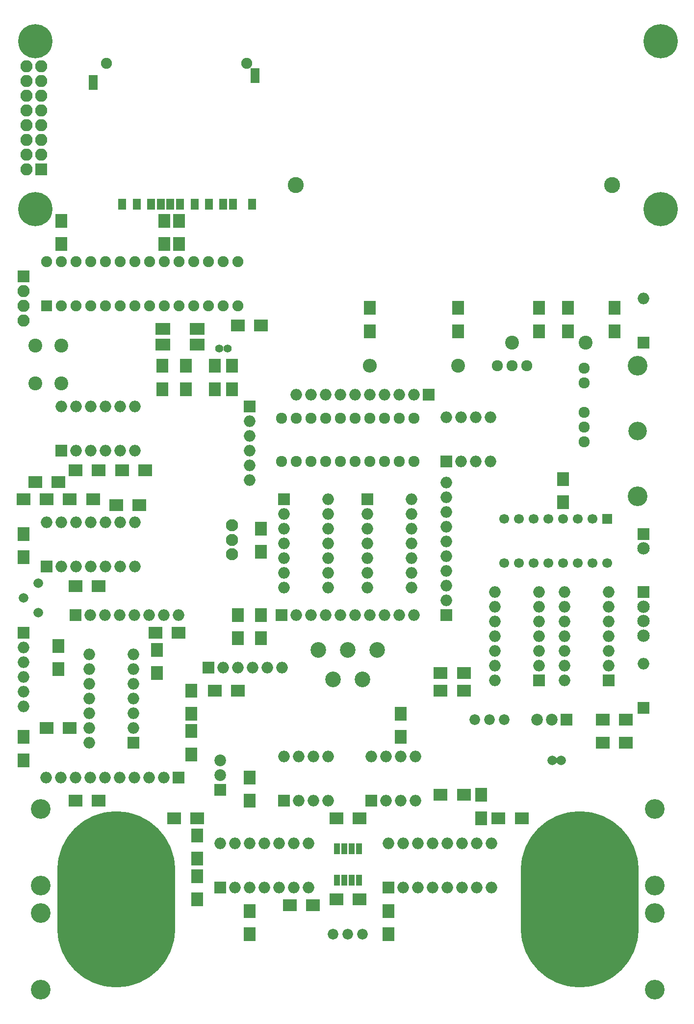
<source format=gbr>
%TF.GenerationSoftware,KiCad,Pcbnew,(5.0.0-rc2-dev-720-g9704891c8)*%
%TF.CreationDate,2018-06-11T16:43:15-04:00*%
%TF.ProjectId,Main,4D61696E2E6B696361645F7063620000,rev?*%
%TF.SameCoordinates,Original*%
%TF.FileFunction,Soldermask,Top*%
%TF.FilePolarity,Negative*%
%FSLAX46Y46*%
G04 Gerber Fmt 4.6, Leading zero omitted, Abs format (unit mm)*
G04 Created by KiCad (PCBNEW (5.0.0-rc2-dev-720-g9704891c8)) date Mon Jun 11 16:43:15 2018*
%MOMM*%
%LPD*%
G01*
G04 APERTURE LIST*
%ADD10R,2.000000X2.000000*%
%ADD11O,2.000000X2.000000*%
%ADD12C,1.840000*%
%ADD13R,2.100000X2.400000*%
%ADD14R,2.400000X2.100000*%
%ADD15R,1.000000X1.950000*%
%ADD16C,3.400000*%
%ADD17C,2.150000*%
%ADD18R,2.150000X2.150000*%
%ADD19O,2.400000X2.400000*%
%ADD20C,2.400000*%
%ADD21C,3.200000*%
%ADD22C,1.900000*%
%ADD23R,1.600000X2.600000*%
%ADD24R,1.400000X1.900000*%
%ADD25C,1.660000*%
%ADD26C,1.400000*%
%ADD27R,2.500000X2.100000*%
%ADD28C,2.760000*%
%ADD29R,2.000000X2.400000*%
%ADD30R,2.400000X2.000000*%
%ADD31C,1.670000*%
%ADD32C,1.924000*%
%ADD33R,1.898600X1.898600*%
%ADD34C,1.898600*%
%ADD35C,2.100000*%
%ADD36R,1.695400X1.695400*%
%ADD37C,1.695400*%
%ADD38C,2.700000*%
%ADD39O,2.100000X2.100000*%
%ADD40R,2.100000X2.100000*%
%ADD41C,2.020000*%
%ADD42R,2.020000X2.020000*%
%ADD43C,5.900000*%
%ADD44O,20.400000X30.400000*%
G04 APERTURE END LIST*
D10*
X58000000Y-170000000D03*
D11*
X73240000Y-162380000D03*
X60540000Y-170000000D03*
X70700000Y-162380000D03*
X63080000Y-170000000D03*
X68160000Y-162380000D03*
X65620000Y-170000000D03*
X65620000Y-162380000D03*
X68160000Y-170000000D03*
X63080000Y-162380000D03*
X70700000Y-170000000D03*
X60540000Y-162380000D03*
X73240000Y-170000000D03*
X58000000Y-162380000D03*
D10*
X87000000Y-170000000D03*
D11*
X104780000Y-162380000D03*
X89540000Y-170000000D03*
X102240000Y-162380000D03*
X92080000Y-170000000D03*
X99700000Y-162380000D03*
X94620000Y-170000000D03*
X97160000Y-162380000D03*
X97160000Y-170000000D03*
X94620000Y-162380000D03*
X99700000Y-170000000D03*
X92080000Y-162380000D03*
X102240000Y-170000000D03*
X89540000Y-162380000D03*
X104780000Y-170000000D03*
X87000000Y-162380000D03*
D12*
X77460000Y-178000000D03*
X80000000Y-178000000D03*
X82540000Y-178000000D03*
D13*
X54000000Y-172000000D03*
X54000000Y-168000000D03*
D14*
X70000000Y-173000000D03*
X74000000Y-173000000D03*
D13*
X87000000Y-178000000D03*
X87000000Y-174000000D03*
X63080000Y-178000000D03*
X63080000Y-174000000D03*
D14*
X78000000Y-172000000D03*
X82000000Y-172000000D03*
D13*
X54000000Y-165000000D03*
X54000000Y-161000000D03*
X89080000Y-140000000D03*
X89080000Y-144000000D03*
D15*
X78095000Y-168700000D03*
X79365000Y-168700000D03*
X80635000Y-168700000D03*
X81905000Y-168700000D03*
X81905000Y-163300000D03*
X80635000Y-163300000D03*
X79365000Y-163300000D03*
X78095000Y-163300000D03*
D14*
X78000000Y-158000000D03*
X82000000Y-158000000D03*
X100000000Y-154000000D03*
X96000000Y-154000000D03*
D13*
X103000000Y-158000000D03*
X103000000Y-154000000D03*
D11*
X105380000Y-134240000D03*
X113000000Y-119000000D03*
X105380000Y-131700000D03*
X113000000Y-121540000D03*
X105380000Y-129160000D03*
X113000000Y-124080000D03*
X105380000Y-126620000D03*
X113000000Y-126620000D03*
X105380000Y-124080000D03*
X113000000Y-129160000D03*
X105380000Y-121540000D03*
X113000000Y-131700000D03*
X105380000Y-119000000D03*
D10*
X113000000Y-134240000D03*
D11*
X84000000Y-147380000D03*
X91620000Y-155000000D03*
X86540000Y-147380000D03*
X89080000Y-155000000D03*
X89080000Y-147380000D03*
X86540000Y-155000000D03*
X91620000Y-147380000D03*
D10*
X84000000Y-155000000D03*
D11*
X35380000Y-145000000D03*
X43000000Y-129760000D03*
X35380000Y-142460000D03*
X43000000Y-132300000D03*
X35380000Y-139920000D03*
X43000000Y-134840000D03*
X35380000Y-137380000D03*
X43000000Y-137380000D03*
X35380000Y-134840000D03*
X43000000Y-139920000D03*
X35380000Y-132300000D03*
X43000000Y-142460000D03*
X35380000Y-129760000D03*
D10*
X43000000Y-145000000D03*
D11*
X27980000Y-107000000D03*
X43220000Y-114620000D03*
X30520000Y-107000000D03*
X40680000Y-114620000D03*
X33060000Y-107000000D03*
X38140000Y-114620000D03*
X35600000Y-107000000D03*
X35600000Y-114620000D03*
X38140000Y-107000000D03*
X33060000Y-114620000D03*
X40680000Y-107000000D03*
X30520000Y-114620000D03*
X43220000Y-107000000D03*
D10*
X27980000Y-114620000D03*
D11*
X69000000Y-147380000D03*
X76620000Y-155000000D03*
X71540000Y-147380000D03*
X74080000Y-155000000D03*
X74080000Y-147380000D03*
X71540000Y-155000000D03*
X76620000Y-147380000D03*
D10*
X69000000Y-155000000D03*
D16*
X133000000Y-187600000D03*
X133000000Y-174400000D03*
X133000000Y-169600000D03*
X133000000Y-156400000D03*
X27000000Y-174400000D03*
X27000000Y-187600000D03*
X27000000Y-156400000D03*
X27000000Y-169600000D03*
D17*
X131000000Y-111500000D03*
D18*
X131000000Y-109000000D03*
D17*
X131000000Y-126500000D03*
X131000000Y-124000000D03*
X131000000Y-121500000D03*
D18*
X131000000Y-119000000D03*
D11*
X131000000Y-68380000D03*
D10*
X131000000Y-76000000D03*
D11*
X131000000Y-131380000D03*
D10*
X131000000Y-139000000D03*
D11*
X117380000Y-134240000D03*
X125000000Y-119000000D03*
X117380000Y-131700000D03*
X125000000Y-121540000D03*
X117380000Y-129160000D03*
X125000000Y-124080000D03*
X117380000Y-126620000D03*
X125000000Y-126620000D03*
X117380000Y-124080000D03*
X125000000Y-129160000D03*
X117380000Y-121540000D03*
X125000000Y-131700000D03*
X117380000Y-119000000D03*
D10*
X125000000Y-134240000D03*
D11*
X91000000Y-103000000D03*
X83380000Y-118240000D03*
X91000000Y-105540000D03*
X83380000Y-115700000D03*
X91000000Y-108080000D03*
X83380000Y-113160000D03*
X91000000Y-110620000D03*
X83380000Y-110620000D03*
X91000000Y-113160000D03*
X83380000Y-108080000D03*
X91000000Y-115700000D03*
X83380000Y-105540000D03*
X91000000Y-118240000D03*
D10*
X83380000Y-103000000D03*
D11*
X76620000Y-103000000D03*
X69000000Y-118240000D03*
X76620000Y-105540000D03*
X69000000Y-115700000D03*
X76620000Y-108080000D03*
X69000000Y-113160000D03*
X76620000Y-110620000D03*
X69000000Y-110620000D03*
X76620000Y-113160000D03*
X69000000Y-108080000D03*
X76620000Y-115700000D03*
X69000000Y-105540000D03*
X76620000Y-118240000D03*
D10*
X69000000Y-103000000D03*
D11*
X97000000Y-88880000D03*
X104620000Y-96500000D03*
X99540000Y-88880000D03*
X102080000Y-96500000D03*
X102080000Y-88880000D03*
X99540000Y-96500000D03*
X104620000Y-88880000D03*
D10*
X97000000Y-96500000D03*
D19*
X83760000Y-80000000D03*
D20*
X99000000Y-80000000D03*
D21*
X130000000Y-91250000D03*
D16*
X130000000Y-80000000D03*
X130000000Y-102500000D03*
D22*
X62500000Y-27850000D03*
X38300000Y-27850000D03*
D23*
X64000000Y-29950000D03*
X36000000Y-31150000D03*
D24*
X63500000Y-52150000D03*
X47680000Y-52150000D03*
X41030000Y-52150000D03*
X60150000Y-52150000D03*
X58450000Y-52150000D03*
X56030000Y-52150000D03*
X53530000Y-52150000D03*
X51030000Y-52150000D03*
X49330000Y-52150000D03*
X46030000Y-52150000D03*
X43530000Y-52150000D03*
D25*
X26540000Y-117460000D03*
X24000000Y-120000000D03*
X26540000Y-122540000D03*
D11*
X30520000Y-87000000D03*
X43220000Y-94620000D03*
X33060000Y-87000000D03*
X40680000Y-94620000D03*
X35600000Y-87000000D03*
X38140000Y-94620000D03*
X38140000Y-87000000D03*
X35600000Y-94620000D03*
X40680000Y-87000000D03*
X33060000Y-94620000D03*
X43220000Y-87000000D03*
D10*
X30520000Y-94620000D03*
D26*
X59250000Y-77000000D03*
X57750000Y-77000000D03*
D27*
X48050000Y-73650000D03*
X53950000Y-73650000D03*
X53950000Y-76350000D03*
X48050000Y-76350000D03*
D28*
X71030000Y-48830000D03*
D20*
X108300000Y-76000000D03*
X121000000Y-76000000D03*
D28*
X125630000Y-48830000D03*
D29*
X50840000Y-59000000D03*
X50840000Y-55000000D03*
X30520000Y-59000000D03*
X30520000Y-55000000D03*
D30*
X37000000Y-98000000D03*
X33000000Y-98000000D03*
X61000000Y-73000000D03*
X65000000Y-73000000D03*
D29*
X57000000Y-80000000D03*
X57000000Y-84000000D03*
X60000000Y-80000000D03*
X60000000Y-84000000D03*
X48000000Y-80000000D03*
X48000000Y-84000000D03*
X52000000Y-80000000D03*
X52000000Y-84000000D03*
D31*
X116762000Y-148000000D03*
X115238000Y-148000000D03*
D32*
X91430000Y-89000000D03*
X88890000Y-89000000D03*
X86350000Y-89000000D03*
X83810000Y-89000000D03*
X81270000Y-89000000D03*
X78730000Y-89000000D03*
X76190000Y-89000000D03*
X73650000Y-89000000D03*
X71110000Y-89000000D03*
X68570000Y-89000000D03*
X68570000Y-96500000D03*
X71110000Y-96500000D03*
X73650000Y-96500000D03*
X76190000Y-96500000D03*
X78730000Y-96500000D03*
X81270000Y-96500000D03*
X83810000Y-96500000D03*
X86350000Y-96500000D03*
X88890000Y-96500000D03*
X91430000Y-96500000D03*
D33*
X27980000Y-69620000D03*
D34*
X30520000Y-69620000D03*
X33060000Y-69620000D03*
X35600000Y-69620000D03*
X38140000Y-69620000D03*
X40680000Y-69620000D03*
X43220000Y-69620000D03*
X45760000Y-69620000D03*
X48300000Y-69620000D03*
X50840000Y-69620000D03*
X53380000Y-69620000D03*
X55920000Y-69620000D03*
X58460000Y-69620000D03*
X61000000Y-69620000D03*
X61000000Y-62000000D03*
X58460000Y-62000000D03*
X55920000Y-62000000D03*
X53380000Y-62000000D03*
X50840000Y-62000000D03*
X48300000Y-62000000D03*
X45760000Y-62000000D03*
X43220000Y-62000000D03*
X40680000Y-62000000D03*
X38140000Y-62000000D03*
X35600000Y-62000000D03*
X33060000Y-62000000D03*
X30520000Y-62000000D03*
X27980000Y-62000000D03*
D35*
X60000000Y-112500000D03*
X60000000Y-110000000D03*
X60000000Y-107500000D03*
D29*
X48300000Y-55000000D03*
X48300000Y-59000000D03*
D36*
X124780000Y-106380000D03*
D37*
X122240000Y-106380000D03*
X119700000Y-106380000D03*
X117160000Y-106380000D03*
X114620000Y-106380000D03*
X112080000Y-106380000D03*
X109540000Y-106380000D03*
X107000000Y-106380000D03*
X107000000Y-114000000D03*
X109540000Y-114000000D03*
X112080000Y-114000000D03*
X114620000Y-114000000D03*
X117160000Y-114000000D03*
X119700000Y-114000000D03*
X122240000Y-114000000D03*
X124780000Y-114000000D03*
D32*
X105760000Y-80000000D03*
X108300000Y-80000000D03*
X110840000Y-80000000D03*
X120750000Y-93080000D03*
X120750000Y-88000000D03*
X120750000Y-90540000D03*
X120750000Y-82920000D03*
X120750000Y-80380000D03*
D20*
X26020000Y-76500000D03*
X30520000Y-76500000D03*
X26020000Y-83000000D03*
X30520000Y-83000000D03*
D38*
X82540000Y-134080000D03*
X77460000Y-134080000D03*
X74920000Y-129000000D03*
X80000000Y-129000000D03*
X85080000Y-129000000D03*
D39*
X24000000Y-72160000D03*
X24000000Y-69620000D03*
X24000000Y-67080000D03*
D40*
X24000000Y-64540000D03*
D12*
X101920000Y-141000000D03*
X104460000Y-141000000D03*
X107000000Y-141000000D03*
D41*
X58000000Y-148000000D03*
X58000000Y-150540000D03*
D42*
X58000000Y-153080000D03*
D41*
X112650000Y-141000000D03*
X115190000Y-141000000D03*
D42*
X117730000Y-141000000D03*
D13*
X61000000Y-123000000D03*
X61000000Y-127000000D03*
D14*
X96000000Y-133000000D03*
X100000000Y-133000000D03*
X37000000Y-118000000D03*
X33000000Y-118000000D03*
X110000000Y-158000000D03*
X106000000Y-158000000D03*
X50000000Y-158000000D03*
X54000000Y-158000000D03*
X61000000Y-136000000D03*
X57000000Y-136000000D03*
X96000000Y-136000000D03*
X100000000Y-136000000D03*
D13*
X65000000Y-127000000D03*
X65000000Y-123000000D03*
X65000000Y-108080000D03*
X65000000Y-112080000D03*
X53000000Y-143000000D03*
X53000000Y-147000000D03*
X24000000Y-148000000D03*
X24000000Y-144000000D03*
D14*
X41000000Y-98000000D03*
X45000000Y-98000000D03*
X30000000Y-100000000D03*
X26000000Y-100000000D03*
X32000000Y-103000000D03*
X36000000Y-103000000D03*
X28000000Y-103000000D03*
X24000000Y-103000000D03*
D13*
X53000000Y-136000000D03*
X53000000Y-140000000D03*
D14*
X128000000Y-141000000D03*
X124000000Y-141000000D03*
X128000000Y-145000000D03*
X124000000Y-145000000D03*
D13*
X118000000Y-74000000D03*
X118000000Y-70000000D03*
X117160000Y-103500000D03*
X117160000Y-99500000D03*
X83760000Y-74000000D03*
X83760000Y-70000000D03*
X47000000Y-129000000D03*
X47000000Y-133000000D03*
D14*
X37000000Y-155000000D03*
X33000000Y-155000000D03*
D13*
X30000000Y-128300000D03*
X30000000Y-132300000D03*
D14*
X50780000Y-126000000D03*
X46780000Y-126000000D03*
D13*
X99000000Y-74000000D03*
X99000000Y-70000000D03*
X126000000Y-74000000D03*
X126000000Y-70000000D03*
X113000000Y-70000000D03*
X113000000Y-74000000D03*
D14*
X28000000Y-142460000D03*
X32000000Y-142460000D03*
X44000000Y-104000000D03*
X40000000Y-104000000D03*
D13*
X63000000Y-151000000D03*
X63000000Y-155000000D03*
X24000000Y-113000000D03*
X24000000Y-109000000D03*
D11*
X27920000Y-151000000D03*
X30460000Y-151000000D03*
X33000000Y-151000000D03*
X35540000Y-151000000D03*
X38080000Y-151000000D03*
X40620000Y-151000000D03*
X43160000Y-151000000D03*
X45700000Y-151000000D03*
X48240000Y-151000000D03*
D10*
X50780000Y-151000000D03*
D11*
X91430000Y-123000000D03*
X88890000Y-123000000D03*
X86350000Y-123000000D03*
X83810000Y-123000000D03*
X81270000Y-123000000D03*
X78730000Y-123000000D03*
X76190000Y-123000000D03*
X73650000Y-123000000D03*
X71110000Y-123000000D03*
D10*
X68570000Y-123000000D03*
D11*
X97000000Y-100140000D03*
X97000000Y-102680000D03*
X97000000Y-105220000D03*
X97000000Y-107760000D03*
X97000000Y-110300000D03*
X97000000Y-112840000D03*
X97000000Y-115380000D03*
X97000000Y-117920000D03*
X97000000Y-120460000D03*
D10*
X97000000Y-123000000D03*
X93970000Y-85000000D03*
D11*
X91430000Y-85000000D03*
X88890000Y-85000000D03*
X86350000Y-85000000D03*
X83810000Y-85000000D03*
X81270000Y-85000000D03*
X78730000Y-85000000D03*
X76190000Y-85000000D03*
X73650000Y-85000000D03*
X71110000Y-85000000D03*
D10*
X55920000Y-132000000D03*
D11*
X58460000Y-132000000D03*
X61000000Y-132000000D03*
X63540000Y-132000000D03*
X66080000Y-132000000D03*
X68620000Y-132000000D03*
X24000000Y-138700000D03*
X24000000Y-136160000D03*
X24000000Y-133620000D03*
X24000000Y-131080000D03*
X24000000Y-128540000D03*
D10*
X24000000Y-126000000D03*
X63000000Y-87000000D03*
D11*
X63000000Y-89540000D03*
X63000000Y-92080000D03*
X63000000Y-94620000D03*
X63000000Y-97160000D03*
X63000000Y-99700000D03*
X50780000Y-123000000D03*
X48240000Y-123000000D03*
X45700000Y-123000000D03*
X43160000Y-123000000D03*
X40620000Y-123000000D03*
X38080000Y-123000000D03*
X35540000Y-123000000D03*
D10*
X33000000Y-123000000D03*
D43*
X26000000Y-24000000D03*
X134000000Y-24000000D03*
X26000000Y-53000000D03*
X134000000Y-53000000D03*
D44*
X40000000Y-172000000D03*
X120000000Y-172000000D03*
D39*
X24500000Y-28340000D03*
X27040000Y-28340000D03*
X24500000Y-30880000D03*
X27040000Y-30880000D03*
X24500000Y-33420000D03*
X27040000Y-33420000D03*
X24500000Y-35960000D03*
X27040000Y-35960000D03*
X24500000Y-38500000D03*
X27040000Y-38500000D03*
X24500000Y-41040000D03*
X27040000Y-41040000D03*
X24500000Y-43580000D03*
X27040000Y-43580000D03*
X24500000Y-46120000D03*
D40*
X27040000Y-46120000D03*
M02*

</source>
